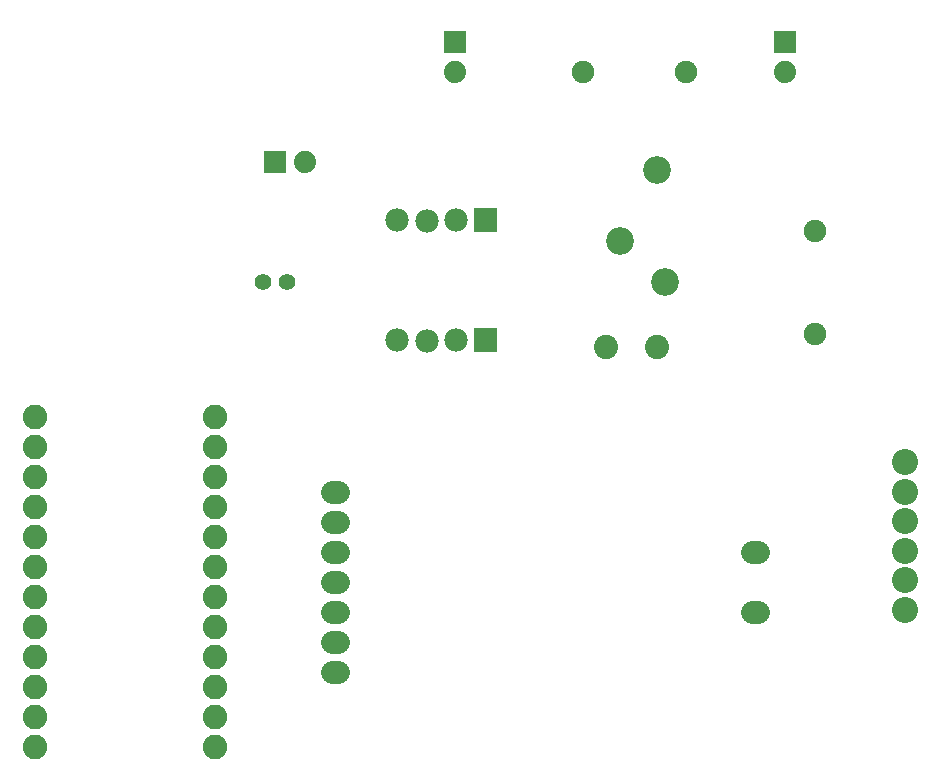
<source format=gts>
G04 Layer: TopSolderMaskLayer*
G04 EasyEDA v6.4.19.5, 2021-06-12T21:58:25+03:00*
G04 1ff6661c721349f79f7509290fd69735,53ba2d9ccfca4158b71df57a2e042f82,10*
G04 Gerber Generator version 0.2*
G04 Scale: 100 percent, Rotated: No, Reflected: No *
G04 Dimensions in millimeters *
G04 leading zeros omitted , absolute positions ,4 integer and 5 decimal *
%FSLAX45Y45*%
%MOMM*%

%ADD28C,1.9812*%
%ADD29C,1.9016*%
%ADD30C,2.0828*%
%ADD31R,1.8796X1.8796*%
%ADD32C,1.8796*%
%ADD33C,1.4016*%
%ADD34C,2.2032*%
%ADD36C,2.3533*%
%ADD37C,2.0531*%

%LPD*%
D28*
X3784600Y-5842000D02*
G01*
X3835400Y-5842000D01*
X3784600Y-5588000D02*
G01*
X3835400Y-5588000D01*
X3784600Y-5334000D02*
G01*
X3835400Y-5334000D01*
X3784600Y-5080000D02*
G01*
X3835400Y-5080000D01*
X3784600Y-4826000D02*
G01*
X3835400Y-4826000D01*
X3784600Y-4572000D02*
G01*
X3835400Y-4572000D01*
X3784600Y-4318000D02*
G01*
X3835400Y-4318000D01*
X7340600Y-5334000D02*
G01*
X7391400Y-5334000D01*
X7340600Y-4826000D02*
G01*
X7391400Y-4826000D01*
D29*
G01*
X6785000Y-762000D03*
G01*
X5914999Y-762000D03*
G01*
X7874000Y-2975000D03*
G01*
X7874000Y-2104999D03*
D30*
G01*
X1270000Y-6477000D03*
G01*
X1270000Y-6223000D03*
G01*
X1270000Y-5969000D03*
G01*
X1270000Y-5715000D03*
G01*
X1270000Y-5461000D03*
G01*
X1270000Y-5207000D03*
G01*
X1270000Y-4953000D03*
G01*
X1270000Y-4699000D03*
G01*
X1270000Y-4445000D03*
G01*
X1270000Y-4191000D03*
G01*
X1270000Y-3937000D03*
G01*
X1270000Y-3683000D03*
G01*
X2794000Y-3683000D03*
G01*
X2794000Y-3937000D03*
G01*
X2794000Y-4191000D03*
G01*
X2794000Y-4445000D03*
G01*
X2794000Y-4699000D03*
G01*
X2794000Y-4953000D03*
G01*
X2794000Y-5207000D03*
G01*
X2794000Y-5461000D03*
G01*
X2794000Y-5715000D03*
G01*
X2794000Y-5969000D03*
G01*
X2794000Y-6223000D03*
G01*
X2794000Y-6477000D03*
G36*
X7526020Y-601979D02*
G01*
X7526020Y-414020D01*
X7713979Y-414020D01*
X7713979Y-601979D01*
G37*
D32*
G01*
X7620000Y-762000D03*
G36*
X4732020Y-601979D02*
G01*
X4732020Y-414020D01*
X4919979Y-414020D01*
X4919979Y-601979D01*
G37*
G01*
X4826000Y-762000D03*
D31*
G01*
X3302000Y-1524000D03*
D32*
G01*
X3556000Y-1524000D03*
D33*
G01*
X3401999Y-2540000D03*
G01*
X3202000Y-2540000D03*
D34*
G01*
X8636000Y-4064000D03*
G01*
X8636000Y-4313936D03*
G01*
X8636000Y-4564126D03*
G01*
X8636000Y-4814062D03*
G01*
X8636000Y-5063997D03*
G01*
X8636000Y-5313934D03*
G36*
X4989829Y-2112010D02*
G01*
X4989829Y-1913889D01*
X5187950Y-1913889D01*
X5187950Y-2112010D01*
G37*
D28*
G01*
X4839004Y-2013000D03*
G01*
X4588992Y-2019249D03*
G01*
X4339005Y-2015870D03*
G36*
X4989829Y-3128010D02*
G01*
X4989829Y-2929889D01*
X5187950Y-2929889D01*
X5187950Y-3128010D01*
G37*
G01*
X4839004Y-3029000D03*
G01*
X4588992Y-3035249D03*
G01*
X4339005Y-3031870D03*
D36*
G01*
X6539001Y-1590014D03*
G01*
X6223990Y-2190013D03*
G01*
X6604000Y-2540000D03*
D37*
G01*
X6109004Y-3090011D03*
G01*
X6539001Y-3090011D03*
M02*

</source>
